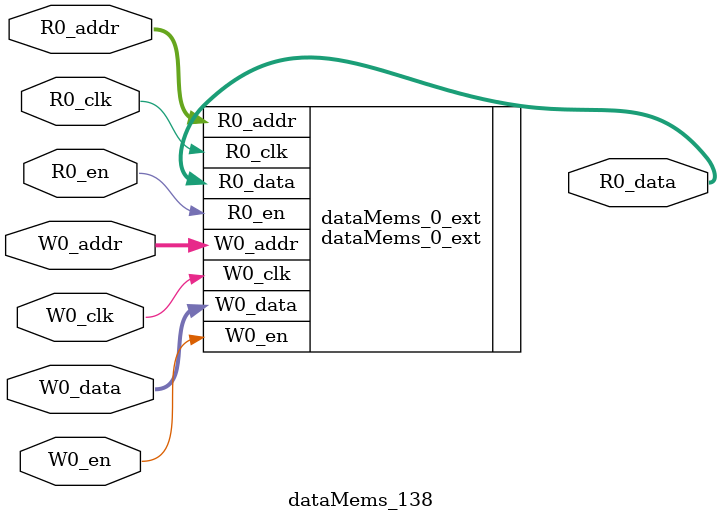
<source format=sv>
`ifndef RANDOMIZE
  `ifdef RANDOMIZE_REG_INIT
    `define RANDOMIZE
  `endif // RANDOMIZE_REG_INIT
`endif // not def RANDOMIZE
`ifndef RANDOMIZE
  `ifdef RANDOMIZE_MEM_INIT
    `define RANDOMIZE
  `endif // RANDOMIZE_MEM_INIT
`endif // not def RANDOMIZE

`ifndef RANDOM
  `define RANDOM $random
`endif // not def RANDOM

// Users can define 'PRINTF_COND' to add an extra gate to prints.
`ifndef PRINTF_COND_
  `ifdef PRINTF_COND
    `define PRINTF_COND_ (`PRINTF_COND)
  `else  // PRINTF_COND
    `define PRINTF_COND_ 1
  `endif // PRINTF_COND
`endif // not def PRINTF_COND_

// Users can define 'ASSERT_VERBOSE_COND' to add an extra gate to assert error printing.
`ifndef ASSERT_VERBOSE_COND_
  `ifdef ASSERT_VERBOSE_COND
    `define ASSERT_VERBOSE_COND_ (`ASSERT_VERBOSE_COND)
  `else  // ASSERT_VERBOSE_COND
    `define ASSERT_VERBOSE_COND_ 1
  `endif // ASSERT_VERBOSE_COND
`endif // not def ASSERT_VERBOSE_COND_

// Users can define 'STOP_COND' to add an extra gate to stop conditions.
`ifndef STOP_COND_
  `ifdef STOP_COND
    `define STOP_COND_ (`STOP_COND)
  `else  // STOP_COND
    `define STOP_COND_ 1
  `endif // STOP_COND
`endif // not def STOP_COND_

// Users can define INIT_RANDOM as general code that gets injected into the
// initializer block for modules with registers.
`ifndef INIT_RANDOM
  `define INIT_RANDOM
`endif // not def INIT_RANDOM

// If using random initialization, you can also define RANDOMIZE_DELAY to
// customize the delay used, otherwise 0.002 is used.
`ifndef RANDOMIZE_DELAY
  `define RANDOMIZE_DELAY 0.002
`endif // not def RANDOMIZE_DELAY

// Define INIT_RANDOM_PROLOG_ for use in our modules below.
`ifndef INIT_RANDOM_PROLOG_
  `ifdef RANDOMIZE
    `ifdef VERILATOR
      `define INIT_RANDOM_PROLOG_ `INIT_RANDOM
    `else  // VERILATOR
      `define INIT_RANDOM_PROLOG_ `INIT_RANDOM #`RANDOMIZE_DELAY begin end
    `endif // VERILATOR
  `else  // RANDOMIZE
    `define INIT_RANDOM_PROLOG_
  `endif // RANDOMIZE
`endif // not def INIT_RANDOM_PROLOG_

// Include register initializers in init blocks unless synthesis is set
`ifndef SYNTHESIS
  `ifndef ENABLE_INITIAL_REG_
    `define ENABLE_INITIAL_REG_
  `endif // not def ENABLE_INITIAL_REG_
`endif // not def SYNTHESIS

// Include rmemory initializers in init blocks unless synthesis is set
`ifndef SYNTHESIS
  `ifndef ENABLE_INITIAL_MEM_
    `define ENABLE_INITIAL_MEM_
  `endif // not def ENABLE_INITIAL_MEM_
`endif // not def SYNTHESIS

module dataMems_138(	// @[generators/ara/src/main/scala/UnsafeAXI4ToTL.scala:365:62]
  input  [4:0]  R0_addr,
  input         R0_en,
  input         R0_clk,
  output [66:0] R0_data,
  input  [4:0]  W0_addr,
  input         W0_en,
  input         W0_clk,
  input  [66:0] W0_data
);

  dataMems_0_ext dataMems_0_ext (	// @[generators/ara/src/main/scala/UnsafeAXI4ToTL.scala:365:62]
    .R0_addr (R0_addr),
    .R0_en   (R0_en),
    .R0_clk  (R0_clk),
    .R0_data (R0_data),
    .W0_addr (W0_addr),
    .W0_en   (W0_en),
    .W0_clk  (W0_clk),
    .W0_data (W0_data)
  );
endmodule


</source>
